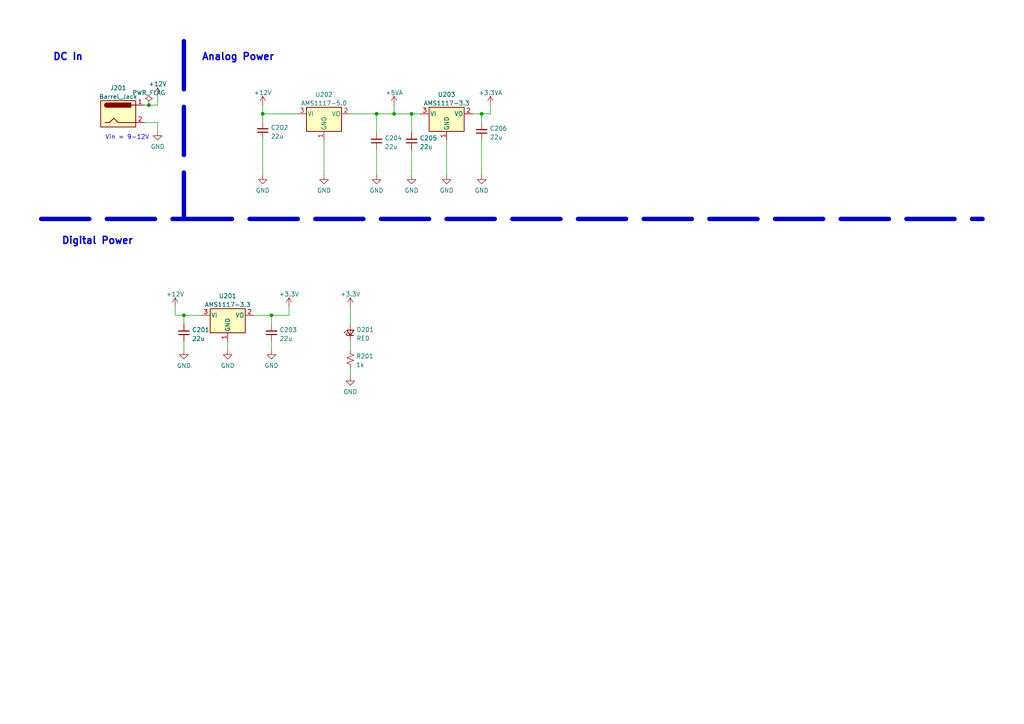
<source format=kicad_sch>
(kicad_sch (version 20211123) (generator eeschema)
  (paper "A4")
  (lib_symbols
    (symbol "Connector:Barrel_Jack" (pin_names (offset 1.016))
      (property "Reference" "J" (at 0 5.334 0))
      (property "Value" "Barrel_Jack" (at 0 -5.08 0))
      (symbol "Barrel_Jack_0_1"
        (rectangle (start -5.08 3.81) (end 5.08 -3.81) (stroke (width 0.254)) (fill (type background)))
        (arc (start -3.302 3.175) (mid -3.937 2.54) (end -3.302 1.905) (stroke (width 0.254)))
        (arc (start -3.302 3.175) (mid -3.937 2.54) (end -3.302 1.905) (stroke (width 0.254)) (fill (type outline)))
        (polyline (pts (xy 5.08 2.54) (xy 3.81 2.54)) (stroke (width 0.254)))
        (polyline (pts (xy -3.81 -2.54) (xy -2.54 -2.54) (xy -1.27 -1.27) (xy 0 -2.54) (xy 2.54 -2.54) (xy 5.08 -2.54)) (stroke (width 0.254)))
        (rectangle (start 3.683 3.175) (end -3.302 1.905) (stroke (width 0.254)) (fill (type outline)))
      )
      (symbol "Barrel_Jack_1_1"
        (pin passive line (at 7.62 2.54 180) (length 2.54) (name "~") (number "1"))
        (pin passive line (at 7.62 -2.54 180) (length 2.54) (name "~") (number "2"))
      )
    )
    (symbol "Device:C_Small" (pin_numbers hide) (pin_names (offset 0.254) hide)
      (property "Reference" "C" (at 0.254 1.778 0))
      (property "Value" "C_Small" (at 0.254 -2.032 0))
      (symbol "C_Small_0_1"
        (polyline (pts (xy -1.524 -0.508) (xy 1.524 -0.508)) (stroke (width 0.3302)))
        (polyline (pts (xy -1.524 0.508) (xy 1.524 0.508)) (stroke (width 0.3048)))
      )
      (symbol "C_Small_1_1"
        (pin passive line (at 0 2.54 270) (length 2.032) (name "~") (number "1"))
        (pin passive line (at 0 -2.54 90) (length 2.032) (name "~") (number "2"))
      )
    )
    (symbol "Device:LED_Small" (pin_numbers hide) (pin_names (offset 0.254) hide)
      (property "Reference" "D" (at -1.27 3.175 0))
      (property "Value" "LED_Small" (at -4.445 -2.54 0))
      (symbol "LED_Small_0_1"
        (polyline (pts (xy -0.762 -1.016) (xy -0.762 1.016)) (stroke (width 0.254)))
        (polyline (pts (xy 1.016 0) (xy -0.762 0)))
        (polyline (pts (xy 0.762 -1.016) (xy -0.762 0) (xy 0.762 1.016) (xy 0.762 -1.016)) (stroke (width 0.254)))
        (polyline (pts (xy 0 0.762) (xy -0.508 1.27) (xy -0.254 1.27) (xy -0.508 1.27) (xy -0.508 1.016)))
        (polyline (pts (xy 0.508 1.27) (xy 0 1.778) (xy 0.254 1.778) (xy 0 1.778) (xy 0 1.524)))
      )
      (symbol "LED_Small_1_1"
        (pin passive line (at -2.54 0 0) (length 1.778) (name "K") (number "1"))
        (pin passive line (at 2.54 0 180) (length 1.778) (name "A") (number "2"))
      )
    )
    (symbol "Device:R_Small_US" (pin_numbers hide) (pin_names (offset 0.254) hide)
      (property "Reference" "R" (at 0.762 0.508 0))
      (property "Value" "R_Small_US" (at 0.762 -1.016 0))
      (symbol "R_Small_US_1_1"
        (polyline (pts (xy 0 0) (xy 1.016 -0.381) (xy 0 -0.762) (xy -1.016 -1.143) (xy 0 -1.524)))
        (polyline (pts (xy 0 1.524) (xy 1.016 1.143) (xy 0 0.762) (xy -1.016 0.381) (xy 0 0)))
        (pin passive line (at 0 2.54 270) (length 1.016) (name "~") (number "1"))
        (pin passive line (at 0 -2.54 90) (length 1.016) (name "~") (number "2"))
      )
    )
    (symbol "Regulator_Linear:AMS1117-3.3" (pin_names (offset 0.254))
      (property "Reference" "U" (at -3.81 3.175 0))
      (property "Value" "AMS1117-3.3" (at 0 3.175 0))
      (symbol "AMS1117-3.3_0_1"
        (rectangle (start -5.08 -5.08) (end 5.08 1.905) (stroke (width 0.254)) (fill (type background)))
      )
      (symbol "AMS1117-3.3_1_1"
        (pin power_in line (at 0 -7.62 90) (length 2.54) (name "GND") (number "1"))
        (pin power_out line (at 7.62 0 180) (length 2.54) (name "VO") (number "2"))
        (pin power_in line (at -7.62 0 0) (length 2.54) (name "VI") (number "3"))
      )
    )
    (symbol "Regulator_Linear:AMS1117-5.0" (pin_names (offset 0.254))
      (property "Reference" "U" (at -3.81 3.175 0))
      (property "Value" "AMS1117-5.0" (at 0 3.175 0))
      (symbol "AMS1117-5.0_0_1"
        (rectangle (start -5.08 -5.08) (end 5.08 1.905) (stroke (width 0.254)) (fill (type background)))
      )
      (symbol "AMS1117-5.0_1_1"
        (pin power_in line (at 0 -7.62 90) (length 2.54) (name "GND") (number "1"))
        (pin power_out line (at 7.62 0 180) (length 2.54) (name "VO") (number "2"))
        (pin power_in line (at -7.62 0 0) (length 2.54) (name "VI") (number "3"))
      )
    )
    (symbol "power:+12V" (power) (pin_names (offset 0))
      (property "Value" "+12V" (at 0 3.556 0))
      (symbol "+12V_0_1"
        (polyline (pts (xy -0.762 1.27) (xy 0 2.54)))
        (polyline (pts (xy 0 0) (xy 0 2.54)))
        (polyline (pts (xy 0 2.54) (xy 0.762 1.27)))
      )
      (symbol "+12V_1_1"
        (pin power_in line (at 0 0 90) (length 0) hide (name "+12V") (number "1"))
      )
    )
    (symbol "power:+3.3V" (power) (pin_names (offset 0))
      (property "Value" "+3.3V" (at 0 3.556 0))
      (symbol "+3.3V_0_1"
        (polyline (pts (xy -0.762 1.27) (xy 0 2.54)))
        (polyline (pts (xy 0 0) (xy 0 2.54)))
        (polyline (pts (xy 0 2.54) (xy 0.762 1.27)))
      )
      (symbol "+3.3V_1_1"
        (pin power_in line (at 0 0 90) (length 0) hide (name "+3.3V") (number "1"))
      )
    )
    (symbol "power:+3.3VA" (power) (pin_names (offset 0))
      (property "Value" "+3.3VA" (at 0 3.556 0))
      (symbol "+3.3VA_0_1"
        (polyline (pts (xy -0.762 1.27) (xy 0 2.54)))
        (polyline (pts (xy 0 0) (xy 0 2.54)))
        (polyline (pts (xy 0 2.54) (xy 0.762 1.27)))
      )
      (symbol "+3.3VA_1_1"
        (pin power_in line (at 0 0 90) (length 0) hide (name "+3.3VA") (number "1"))
      )
    )
    (symbol "power:+5VA" (power) (pin_names (offset 0))
      (property "Value" "+5VA" (at 0 3.556 0))
      (symbol "+5VA_0_1"
        (polyline (pts (xy -0.762 1.27) (xy 0 2.54)))
        (polyline (pts (xy 0 0) (xy 0 2.54)))
        (polyline (pts (xy 0 2.54) (xy 0.762 1.27)))
      )
      (symbol "+5VA_1_1"
        (pin power_in line (at 0 0 90) (length 0) hide (name "+5VA") (number "1"))
      )
    )
    (symbol "power:GND" (power) (pin_names (offset 0))
      (property "Value" "GND" (at 0 -3.81 0))
      (symbol "GND_0_1"
        (polyline (pts (xy 0 0) (xy 0 -1.27) (xy 1.27 -1.27) (xy 0 -2.54) (xy -1.27 -1.27) (xy 0 -1.27)))
      )
      (symbol "GND_1_1"
        (pin power_in line (at 0 0 270) (length 0) hide (name "GND") (number "1"))
      )
    )
    (symbol "power:PWR_FLAG" (power) (pin_numbers hide) (pin_names (offset 0) hide)
      (property "Value" "PWR_FLAG" (at 0 3.81 0))
      (symbol "PWR_FLAG_0_0"
        (pin power_out line (at 0 0 90) (length 0) (name "pwr") (number "1"))
      )
      (symbol "PWR_FLAG_0_1"
        (polyline (pts (xy 0 0) (xy 0 1.27) (xy -1.016 1.905) (xy 0 2.54) (xy 1.016 1.905) (xy 0 1.27)))
      )
    )
  )
  (junction (at 53.34 91.44))
  (junction (at 119.38 33.02))
  (junction (at 109.22 33.02))
  (junction (at 114.3 33.02))
  (junction (at 76.2 33.02))
  (junction (at 139.7 33.02))
  (junction (at 78.74 91.44))
  (junction (at 43.18 30.48))
  (wire (pts (xy 101.6 33.02) (xy 109.22 33.02)))
  (wire (pts (xy 114.3 33.02) (xy 119.38 33.02)))
  (wire (pts (xy 119.38 43.434) (xy 119.38 50.8)))
  (wire (pts (xy 53.34 91.44) (xy 58.42 91.44)))
  (wire (pts (xy 41.91 30.48) (xy 43.18 30.48)))
  (wire (pts (xy 139.7 40.64) (xy 139.7 50.8)))
  (wire (pts (xy 109.22 33.02) (xy 114.3 33.02)))
  (wire (pts (xy 76.2 33.02) (xy 86.36 33.02)))
  (wire (pts (xy 101.6 99.06) (xy 101.6 101.6)))
  (wire (pts (xy 41.91 35.56) (xy 45.72 35.56)))
  (wire (pts (xy 53.34 91.44) (xy 53.34 93.98)))
  (wire (pts (xy 101.6 88.9) (xy 101.6 93.98)))
  (polyline (pts (xy 11.938 63.5) (xy 53.34 63.5)) (stroke (width 1.27)))
  (wire (pts (xy 137.16 33.02) (xy 139.7 33.02)))
  (wire (pts (xy 93.98 40.64) (xy 93.98 50.8)))
  (wire (pts (xy 78.74 91.44) (xy 78.74 93.98)))
  (wire (pts (xy 45.72 35.56) (xy 45.72 38.1)))
  (wire (pts (xy 76.2 30.48) (xy 76.2 33.02)))
  (wire (pts (xy 119.38 33.02) (xy 119.38 38.354)))
  (wire (pts (xy 139.7 33.02) (xy 142.24 33.02)))
  (wire (pts (xy 76.2 35.306) (xy 76.2 33.02)))
  (wire (pts (xy 109.22 33.02) (xy 109.22 38.354)))
  (wire (pts (xy 53.34 99.06) (xy 53.34 101.6)))
  (wire (pts (xy 119.38 33.02) (xy 121.92 33.02)))
  (wire (pts (xy 76.2 40.386) (xy 76.2 50.8)))
  (wire (pts (xy 109.22 43.434) (xy 109.22 50.8)))
  (wire (pts (xy 50.8 91.44) (xy 53.34 91.44)))
  (wire (pts (xy 73.66 91.44) (xy 78.74 91.44)))
  (wire (pts (xy 83.82 91.44) (xy 78.74 91.44)))
  (wire (pts (xy 83.82 88.9) (xy 83.82 91.44)))
  (wire (pts (xy 50.8 88.9) (xy 50.8 91.44)))
  (polyline (pts (xy 53.34 63.5) (xy 284.988 63.5)) (stroke (width 1.27)))
  (wire (pts (xy 66.04 99.06) (xy 66.04 101.6)))
  (wire (pts (xy 45.72 30.48) (xy 45.72 27.94)))
  (wire (pts (xy 139.7 33.02) (xy 139.7 35.56)))
  (wire (pts (xy 101.6 106.68) (xy 101.6 109.22)))
  (wire (pts (xy 142.24 30.48) (xy 142.24 33.02)))
  (wire (pts (xy 114.3 30.48) (xy 114.3 33.02)))
  (wire (pts (xy 78.74 99.06) (xy 78.74 101.6)))
  (wire (pts (xy 129.54 40.64) (xy 129.54 50.8)))
  (wire (pts (xy 43.18 30.48) (xy 45.72 30.48)))
  (polyline (pts (xy 53.34 11.938) (xy 53.34 63.5)) (stroke (width 1.27)))
  (text "Vin = 9-12V" (at 30.48 40.64 0) (effects (font (size 1.27 1.27)) (justify left bottom)))
  (text "Analog Power" (at 58.42 17.78 0) (effects (font (size 2.032 2.032) (thickness 0.4064) bold) (justify left bottom)))
  (text "DC In" (at 15.24 17.78 0) (effects (font (size 2.032 2.032) (thickness 0.4064) bold) (justify left bottom)))
  (text "Digital Power" (at 17.78 71.12 0) (effects (font (size 2.032 2.032) bold) (justify left bottom)))
  (symbol (lib_id "Device:C_Small") (at 76.2 37.846 180) (unit 1)
    (property "Reference" "C202" (at 78.5241 37.0049 0) (effects (justify right)))
    (property "Value" "22u" (at 78.5241 39.5418 0) (effects (justify right)))
    (property "Footprint" "Capacitor_SMD:C_0805_2012Metric" (effects hide))
    (property "LCSC" "C45783" (effects hide))
  )
  (symbol (lib_id "power:GND") (at 53.34 101.6 0) (unit 1)
    (property "Reference" "#PWR0204" (effects hide))
    (property "Value" "GND" (at 53.34 106.0434 0))
  )
  (symbol (lib_id "Regulator_Linear:AMS1117-3.3") (at 129.54 33.02 0) (unit 1)
    (property "Reference" "U203" (at 129.54 27.4152 0))
    (property "Value" "AMS1117-3.3" (at 129.54 29.9521 0))
    (property "Footprint" "Package_TO_SOT_SMD:SOT-223-3_TabPin2" (effects hide))
    (property "Datasheet" "http://www.advanced-monolithic.com/pdf/ds1117.pdf" (effects hide))
    (property "LCSC" "C6186" (effects hide))
  )
  (symbol (lib_id "power:GND") (at 139.7 50.8 0) (unit 1)
    (property "Reference" "#PWR0217" (effects hide))
    (property "Value" "GND" (at 139.7 55.2434 0))
  )
  (symbol (lib_id "Device:LED_Small") (at 101.6 96.52 90) (unit 1)
    (property "Reference" "D201" (at 103.378 95.6218 90) (effects (justify right)))
    (property "Value" "RED" (at 103.378 98.1587 90) (effects (justify right)))
    (property "Footprint" "LED_SMD:LED_0805_2012Metric" (effects hide))
    (property "LCSC" "C84256" (effects hide))
  )
  (symbol (lib_id "power:GND") (at 101.6 109.22 0) (unit 1)
    (property "Reference" "#PWR0212" (effects hide))
    (property "Value" "GND" (at 101.6 113.6634 0))
  )
  (symbol (lib_id "power:+3.3VA") (at 142.24 30.48 0) (unit 1)
    (property "Reference" "#PWR0218" (effects hide))
    (property "Value" "+3.3VA" (at 142.24 26.9042 0))
  )
  (symbol (lib_id "Regulator_Linear:AMS1117-5.0") (at 93.98 33.02 0) (unit 1)
    (property "Reference" "U202" (at 93.98 27.4152 0))
    (property "Value" "AMS1117-5.0" (at 93.98 29.9521 0))
    (property "Footprint" "Package_TO_SOT_SMD:SOT-223-3_TabPin2" (effects hide))
    (property "Datasheet" "http://www.advanced-monolithic.com/pdf/ds1117.pdf" (effects hide))
    (property "LCSC" "C6187" (effects hide))
  )
  (symbol (lib_id "Device:R_Small_US") (at 101.6 104.14 0) (unit 1)
    (property "Reference" "R201" (at 103.251 103.3053 0) (effects (justify left)))
    (property "Value" "1k" (at 103.251 105.8422 0) (effects (justify left)))
    (property "Footprint" "Resistor_SMD:R_0603_1608Metric" (effects hide))
    (property "LCSC" "C105580" (effects hide))
  )
  (symbol (lib_id "power:+12V") (at 50.8 88.9 0) (unit 1)
    (property "Reference" "#PWR0203" (effects hide))
    (property "Value" "+12V" (at 50.8 85.3242 0))
  )
  (symbol (lib_id "power:GND") (at 78.74 101.6 0) (unit 1)
    (property "Reference" "#PWR0208" (effects hide))
    (property "Value" "GND" (at 78.74 106.0434 0))
  )
  (symbol (lib_id "power:+3.3V") (at 83.82 88.9 0) (unit 1)
    (property "Reference" "#PWR0209" (effects hide))
    (property "Value" "+3.3V" (at 83.82 85.3242 0))
  )
  (symbol (lib_id "Connector:Barrel_Jack") (at 34.29 33.02 0) (unit 1)
    (property "Reference" "J201" (at 34.29 25.5102 0))
    (property "Value" "Barrel_Jack" (at 34.29 28.0471 0))
    (property "Footprint" "Connector_BarrelJack:BarrelJack_Horizontal" (effects hide))
  )
  (symbol (lib_id "Device:C_Small") (at 139.7 38.1 180) (unit 1)
    (property "Reference" "C206" (at 142.0241 37.2589 0) (effects (justify right)))
    (property "Value" "22u" (at 142.0241 39.7958 0) (effects (justify right)))
    (property "Footprint" "Capacitor_SMD:C_0805_2012Metric" (effects hide))
    (property "LCSC" "C45783" (effects hide))
  )
  (symbol (lib_id "power:GND") (at 66.04 101.6 0) (unit 1)
    (property "Reference" "#PWR0205" (effects hide))
    (property "Value" "GND" (at 66.04 106.0434 0))
  )
  (symbol (lib_id "power:PWR_FLAG") (at 43.18 30.48 0) (unit 1)
    (property "Reference" "#FLG0201" (effects hide))
    (property "Value" "PWR_FLAG" (at 43.18 26.9042 0))
  )
  (symbol (lib_id "power:+12V") (at 45.72 27.94 0) (unit 1)
    (property "Reference" "#PWR0201" (effects hide))
    (property "Value" "+12V" (at 45.72 24.3642 0))
  )
  (symbol (lib_id "power:+3.3V") (at 101.6 88.9 0) (unit 1)
    (property "Reference" "#PWR0211" (effects hide))
    (property "Value" "+3.3V" (at 101.6 85.3242 0))
  )
  (symbol (lib_id "power:GND") (at 76.2 50.8 0) (unit 1)
    (property "Reference" "#PWR0207" (effects hide))
    (property "Value" "GND" (at 76.2 55.2434 0))
  )
  (symbol (lib_id "power:+5VA") (at 114.3 30.48 0) (unit 1)
    (property "Reference" "#PWR0214" (effects hide))
    (property "Value" "+5VA" (at 114.3 26.9042 0))
  )
  (symbol (lib_id "power:GND") (at 93.98 50.8 0) (unit 1)
    (property "Reference" "#PWR0210" (effects hide))
    (property "Value" "GND" (at 93.98 55.2434 0))
  )
  (symbol (lib_id "power:GND") (at 45.72 38.1 0) (unit 1)
    (property "Reference" "#PWR0202" (effects hide))
    (property "Value" "GND" (at 45.72 42.5434 0))
  )
  (symbol (lib_id "Regulator_Linear:AMS1117-3.3") (at 66.04 91.44 0) (unit 1)
    (property "Reference" "U201" (at 66.04 85.8352 0))
    (property "Value" "AMS1117-3.3" (at 66.04 88.3721 0))
    (property "Footprint" "Package_TO_SOT_SMD:SOT-223-3_TabPin2" (effects hide))
    (property "Datasheet" "http://www.advanced-monolithic.com/pdf/ds1117.pdf" (effects hide))
    (property "LCSC" "C6186" (effects hide))
  )
  (symbol (lib_id "Device:C_Small") (at 53.34 96.52 180) (unit 1)
    (property "Reference" "C201" (at 55.6641 95.6789 0) (effects (justify right)))
    (property "Value" "22u" (at 55.6641 98.2158 0) (effects (justify right)))
    (property "Footprint" "Capacitor_SMD:C_0805_2012Metric" (effects hide))
    (property "LCSC" "C45783" (effects hide))
  )
  (symbol (lib_id "Device:C_Small") (at 78.74 96.52 180) (unit 1)
    (property "Reference" "C203" (at 81.0641 95.6789 0) (effects (justify right)))
    (property "Value" "22u" (at 81.0641 98.2158 0) (effects (justify right)))
    (property "Footprint" "Capacitor_SMD:C_0805_2012Metric" (effects hide))
    (property "LCSC" "C45783" (effects hide))
  )
  (symbol (lib_id "power:GND") (at 129.54 50.8 0) (unit 1)
    (property "Reference" "#PWR0216" (effects hide))
    (property "Value" "GND" (at 129.54 55.2434 0))
  )
  (symbol (lib_id "power:GND") (at 119.38 50.8 0) (unit 1)
    (property "Reference" "#PWR0215" (effects hide))
    (property "Value" "GND" (at 119.38 55.2434 0))
  )
  (symbol (lib_id "power:+12V") (at 76.2 30.48 0) (unit 1)
    (property "Reference" "#PWR0206" (effects hide))
    (property "Value" "+12V" (at 76.2 26.9042 0))
  )
  (symbol (lib_id "Device:C_Small") (at 109.22 40.894 180) (unit 1)
    (property "Reference" "C204" (at 111.5441 40.0529 0) (effects (justify right)))
    (property "Value" "22u" (at 111.5441 42.5898 0) (effects (justify right)))
    (property "Footprint" "Capacitor_SMD:C_0805_2012Metric" (effects hide))
    (property "LCSC" "C45783" (effects hide))
  )
  (symbol (lib_id "power:GND") (at 109.22 50.8 0) (unit 1)
    (property "Reference" "#PWR0213" (effects hide))
    (property "Value" "GND" (at 109.22 55.2434 0))
  )
  (symbol (lib_id "Device:C_Small") (at 119.38 40.894 180) (unit 1)
    (property "Reference" "C205" (at 121.7041 40.0529 0) (effects (justify right)))
    (property "Value" "22u" (at 121.7041 42.5898 0) (effects (justify right)))
    (property "Footprint" "Capacitor_SMD:C_0805_2012Metric" (effects hide))
    (property "LCSC" "C45783" (effects hide))
  )
)
</source>
